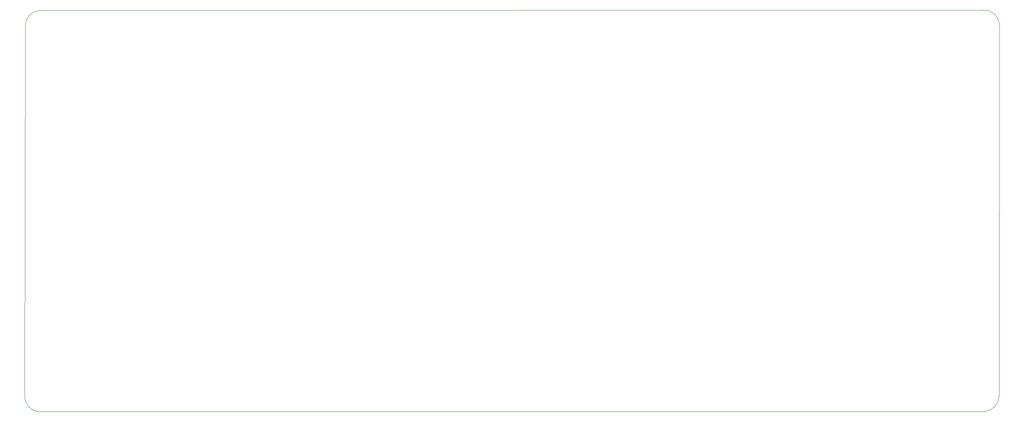
<source format=gm1>
%TF.GenerationSoftware,KiCad,Pcbnew,7.0.2*%
%TF.CreationDate,2023-05-03T01:09:28+02:00*%
%TF.ProjectId,PCB GUIDANCE,50434220-4755-4494-9441-4e43452e6b69,rev?*%
%TF.SameCoordinates,Original*%
%TF.FileFunction,Profile,NP*%
%FSLAX45Y45*%
G04 Gerber Fmt 4.5, Leading zero omitted, Abs format (unit mm)*
G04 Created by KiCad (PCBNEW 7.0.2) date 2023-05-03 01:09:28*
%MOMM*%
%LPD*%
G01*
G04 APERTURE LIST*
%TA.AperFunction,Profile*%
%ADD10C,0.100000*%
%TD*%
G04 APERTURE END LIST*
D10*
X24638000Y-14759396D02*
G75*
G03*
X24930456Y-14439904I-32660J323496D01*
G01*
X4457344Y-6641731D02*
X4445000Y-14414500D01*
X24942803Y-6662724D02*
G75*
G03*
X24586867Y-6311900I-330533J20624D01*
G01*
X4749800Y-6322241D02*
X24586867Y-6311900D01*
X4444993Y-14414500D02*
G75*
G03*
X4800933Y-14765324I330537J-20620D01*
G01*
X4749800Y-6322244D02*
G75*
G03*
X4457344Y-6641731I32660J-323496D01*
G01*
X4800933Y-14765324D02*
X24638000Y-14759394D01*
X24942800Y-6662724D02*
X24930456Y-14439904D01*
M02*

</source>
